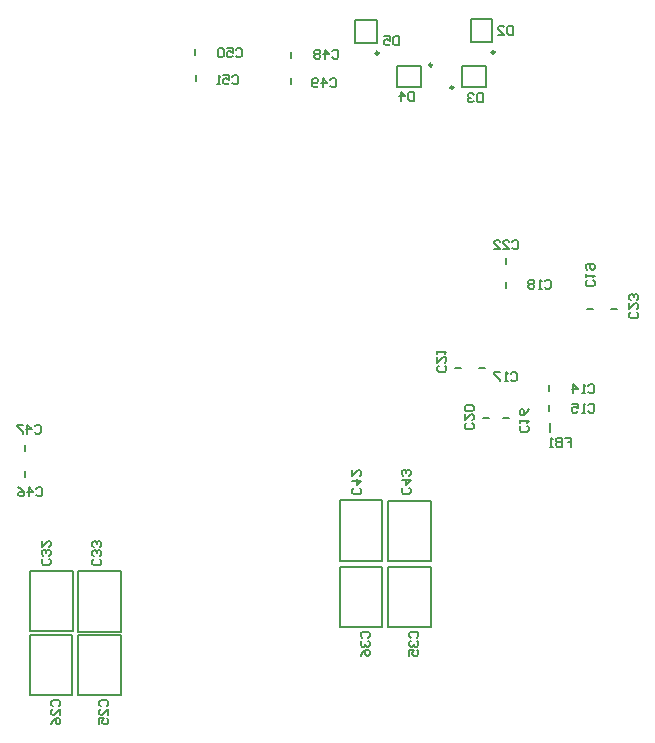
<source format=gbo>
G04*
G04 #@! TF.GenerationSoftware,Altium Limited,Altium Designer,18.1.4 (159)*
G04*
G04 Layer_Color=32896*
%FSLAX24Y24*%
%MOIN*%
G70*
G01*
G75*
%ADD10C,0.0098*%
%ADD15C,0.0079*%
%ADD16C,0.0050*%
%ADD17C,0.0080*%
D10*
X31084Y36700D02*
G03*
X31084Y36700I-49J0D01*
G01*
X29712Y35526D02*
G03*
X29712Y35526I-49J0D01*
G01*
X29006Y36274D02*
G03*
X29006Y36274I-49J0D01*
G01*
X27223Y36672D02*
G03*
X27223Y36672I-49J0D01*
G01*
D15*
X30306Y37035D02*
Y37822D01*
X31015Y37035D02*
Y37822D01*
X30306D02*
X31015D01*
X30306Y37035D02*
X31015D01*
X29997Y36254D02*
X30785D01*
X29997Y35546D02*
X30785D01*
Y36254D01*
X29997Y35546D02*
Y36254D01*
X27835Y35546D02*
X28622D01*
X27835Y36254D02*
X28622D01*
X27835Y35546D02*
Y36254D01*
X28622Y35546D02*
Y36254D01*
X26446Y37006D02*
Y37794D01*
X27154Y37006D02*
Y37794D01*
X26446D02*
X27154D01*
X26446Y37006D02*
X27154D01*
D16*
X28955Y19752D02*
Y21760D01*
X27538D02*
X28955D01*
X27538Y19752D02*
Y21760D01*
Y19752D02*
X28955D01*
X32912Y25412D02*
Y25612D01*
X32910Y24750D02*
Y24950D01*
X31376Y24526D02*
X31576D01*
X30580Y26180D02*
X30780D01*
X31469Y28856D02*
Y29056D01*
X34159Y28148D02*
X34359D01*
X30709Y24526D02*
X30909D01*
X31469Y29645D02*
Y29845D01*
X34980Y28150D02*
X35180D01*
X17200Y15274D02*
Y17282D01*
Y15274D02*
X18617D01*
Y17282D01*
X17200D02*
X18617D01*
X15591Y15274D02*
Y17282D01*
Y15274D02*
X17009D01*
Y17282D01*
X15591D02*
X17009D01*
X17017Y17414D02*
Y19422D01*
X15600D02*
X17017D01*
X15600Y17414D02*
Y19422D01*
Y17414D02*
X17017D01*
X18625Y17394D02*
Y19402D01*
X17208D02*
X18625D01*
X17208Y17394D02*
Y19402D01*
Y17394D02*
X18625D01*
X27540Y17532D02*
Y19540D01*
Y17532D02*
X28957D01*
Y19540D01*
X27540D02*
X28957D01*
X25931Y17532D02*
Y19540D01*
Y17532D02*
X27349D01*
Y19540D01*
X25931D02*
X27349D01*
Y19754D02*
Y21762D01*
X25931D02*
X27349D01*
X25931Y19754D02*
Y21762D01*
Y19754D02*
X27349D01*
X15445Y22550D02*
Y22750D01*
X15449Y23415D02*
Y23615D01*
X24301Y36516D02*
Y36716D01*
X24311Y35656D02*
Y35856D01*
X21114Y36596D02*
Y36796D01*
X21121Y35736D02*
Y35936D01*
X32940Y24050D02*
Y24350D01*
X29780Y26180D02*
X29980D01*
D17*
X28247Y22188D02*
X28297Y22138D01*
Y22038D01*
X28247Y21988D01*
X28047D01*
X27997Y22038D01*
Y22138D01*
X28047Y22188D01*
X27997Y22438D02*
X28297D01*
X28147Y22288D01*
Y22488D01*
X28247Y22588D02*
X28297Y22638D01*
Y22738D01*
X28247Y22788D01*
X28197D01*
X28147Y22738D01*
Y22688D01*
Y22738D01*
X28097Y22788D01*
X28047D01*
X27997Y22738D01*
Y22638D01*
X28047Y22588D01*
X34200Y25580D02*
X34250Y25630D01*
X34350D01*
X34400Y25580D01*
Y25380D01*
X34350Y25330D01*
X34250D01*
X34200Y25380D01*
X34100Y25330D02*
X34000D01*
X34050D01*
Y25630D01*
X34100Y25580D01*
X33700Y25330D02*
Y25630D01*
X33850Y25480D01*
X33650D01*
X34200Y24930D02*
X34250Y24980D01*
X34350D01*
X34400Y24930D01*
Y24730D01*
X34350Y24680D01*
X34250D01*
X34200Y24730D01*
X34100Y24680D02*
X34000D01*
X34050D01*
Y24980D01*
X34100Y24930D01*
X33650Y24980D02*
X33850D01*
Y24830D01*
X33750Y24880D01*
X33700D01*
X33650Y24830D01*
Y24730D01*
X33700Y24680D01*
X33800D01*
X33850Y24730D01*
X32180Y24250D02*
X32230Y24200D01*
Y24100D01*
X32180Y24050D01*
X31980D01*
X31930Y24100D01*
Y24200D01*
X31980Y24250D01*
X31930Y24350D02*
Y24450D01*
Y24400D01*
X32230D01*
X32180Y24350D01*
X32230Y24800D02*
X32180Y24700D01*
X32080Y24600D01*
X31980D01*
X31930Y24650D01*
Y24750D01*
X31980Y24800D01*
X32030D01*
X32080Y24750D01*
Y24600D01*
X31622Y25994D02*
X31672Y26044D01*
X31772D01*
X31821Y25994D01*
Y25794D01*
X31772Y25744D01*
X31672D01*
X31622Y25794D01*
X31522Y25744D02*
X31422D01*
X31472D01*
Y26044D01*
X31522Y25994D01*
X31272Y26044D02*
X31072D01*
Y25994D01*
X31272Y25794D01*
Y25744D01*
X32760Y29070D02*
X32810Y29120D01*
X32910D01*
X32960Y29070D01*
Y28870D01*
X32910Y28820D01*
X32810D01*
X32760Y28870D01*
X32660Y28820D02*
X32560D01*
X32610D01*
Y29120D01*
X32660Y29070D01*
X32410D02*
X32360Y29120D01*
X32260D01*
X32210Y29070D01*
Y29020D01*
X32260Y28970D01*
X32210Y28920D01*
Y28870D01*
X32260Y28820D01*
X32360D01*
X32410Y28870D01*
Y28920D01*
X32360Y28970D01*
X32410Y29020D01*
Y29070D01*
X32360Y28970D02*
X32260D01*
X34370Y29100D02*
X34420Y29050D01*
Y28950D01*
X34370Y28900D01*
X34170D01*
X34120Y28950D01*
Y29050D01*
X34170Y29100D01*
X34120Y29200D02*
Y29300D01*
Y29250D01*
X34420D01*
X34370Y29200D01*
X34170Y29450D02*
X34120Y29500D01*
Y29600D01*
X34170Y29650D01*
X34370D01*
X34420Y29600D01*
Y29500D01*
X34370Y29450D01*
X34320D01*
X34270Y29500D01*
Y29650D01*
X30340Y24330D02*
X30390Y24280D01*
Y24180D01*
X30340Y24130D01*
X30140D01*
X30090Y24180D01*
Y24280D01*
X30140Y24330D01*
X30090Y24630D02*
Y24430D01*
X30290Y24630D01*
X30340D01*
X30390Y24580D01*
Y24480D01*
X30340Y24430D01*
Y24730D02*
X30390Y24780D01*
Y24880D01*
X30340Y24930D01*
X30140D01*
X30090Y24880D01*
Y24780D01*
X30140Y24730D01*
X30340D01*
X31670Y30380D02*
X31720Y30430D01*
X31820D01*
X31870Y30380D01*
Y30180D01*
X31820Y30130D01*
X31720D01*
X31670Y30180D01*
X31370Y30130D02*
X31570D01*
X31370Y30330D01*
Y30380D01*
X31420Y30430D01*
X31520D01*
X31570Y30380D01*
X31070Y30130D02*
X31270D01*
X31070Y30330D01*
Y30380D01*
X31120Y30430D01*
X31220D01*
X31270Y30380D01*
X35820Y28030D02*
X35870Y27980D01*
Y27880D01*
X35820Y27830D01*
X35620D01*
X35570Y27880D01*
Y27980D01*
X35620Y28030D01*
X35570Y28330D02*
Y28130D01*
X35770Y28330D01*
X35820D01*
X35870Y28280D01*
Y28180D01*
X35820Y28130D01*
Y28430D02*
X35870Y28480D01*
Y28580D01*
X35820Y28630D01*
X35770D01*
X35720Y28580D01*
Y28530D01*
Y28580D01*
X35670Y28630D01*
X35620D01*
X35570Y28580D01*
Y28480D01*
X35620Y28430D01*
X17959Y14907D02*
X17909Y14957D01*
Y15057D01*
X17959Y15107D01*
X18159D01*
X18209Y15057D01*
Y14957D01*
X18159Y14907D01*
X18209Y14608D02*
Y14807D01*
X18009Y14608D01*
X17959D01*
X17909Y14658D01*
Y14758D01*
X17959Y14807D01*
X17909Y14308D02*
Y14508D01*
X18059D01*
X18009Y14408D01*
Y14358D01*
X18059Y14308D01*
X18159D01*
X18209Y14358D01*
Y14458D01*
X18159Y14508D01*
X16350Y14907D02*
X16300Y14957D01*
Y15057D01*
X16350Y15107D01*
X16550D01*
X16600Y15057D01*
Y14957D01*
X16550Y14907D01*
X16600Y14608D02*
Y14807D01*
X16400Y14608D01*
X16350D01*
X16300Y14658D01*
Y14758D01*
X16350Y14807D01*
X16300Y14308D02*
X16350Y14408D01*
X16450Y14508D01*
X16550D01*
X16600Y14458D01*
Y14358D01*
X16550Y14308D01*
X16500D01*
X16450Y14358D01*
Y14508D01*
X16242Y19818D02*
X16292Y19768D01*
Y19668D01*
X16242Y19618D01*
X16042D01*
X15992Y19668D01*
Y19768D01*
X16042Y19818D01*
X16242Y19918D02*
X16292Y19968D01*
Y20068D01*
X16242Y20118D01*
X16192D01*
X16142Y20068D01*
Y20018D01*
Y20068D01*
X16092Y20118D01*
X16042D01*
X15992Y20068D01*
Y19968D01*
X16042Y19918D01*
X15992Y20418D02*
Y20218D01*
X16192Y20418D01*
X16242D01*
X16292Y20368D01*
Y20268D01*
X16242Y20218D01*
X17917Y19798D02*
X17967Y19748D01*
Y19648D01*
X17917Y19598D01*
X17717D01*
X17667Y19648D01*
Y19748D01*
X17717Y19798D01*
X17917Y19898D02*
X17967Y19948D01*
Y20048D01*
X17917Y20098D01*
X17867D01*
X17817Y20048D01*
Y19998D01*
Y20048D01*
X17767Y20098D01*
X17717D01*
X17667Y20048D01*
Y19948D01*
X17717Y19898D01*
X17917Y20198D02*
X17967Y20248D01*
Y20348D01*
X17917Y20398D01*
X17867D01*
X17817Y20348D01*
Y20298D01*
Y20348D01*
X17767Y20398D01*
X17717D01*
X17667Y20348D01*
Y20248D01*
X17717Y20198D01*
X28299Y17186D02*
X28249Y17236D01*
Y17336D01*
X28299Y17386D01*
X28499D01*
X28549Y17336D01*
Y17236D01*
X28499Y17186D01*
X28299Y17086D02*
X28249Y17036D01*
Y16936D01*
X28299Y16886D01*
X28349D01*
X28399Y16936D01*
Y16986D01*
Y16936D01*
X28449Y16886D01*
X28499D01*
X28549Y16936D01*
Y17036D01*
X28499Y17086D01*
X28249Y16587D02*
Y16786D01*
X28399D01*
X28349Y16687D01*
Y16637D01*
X28399Y16587D01*
X28499D01*
X28549Y16637D01*
Y16737D01*
X28499Y16786D01*
X26673Y17186D02*
X26623Y17236D01*
Y17336D01*
X26673Y17386D01*
X26873D01*
X26923Y17336D01*
Y17236D01*
X26873Y17186D01*
X26673Y17086D02*
X26623Y17036D01*
Y16936D01*
X26673Y16886D01*
X26723D01*
X26773Y16936D01*
Y16986D01*
Y16936D01*
X26823Y16886D01*
X26873D01*
X26923Y16936D01*
Y17036D01*
X26873Y17086D01*
X26623Y16587D02*
X26673Y16687D01*
X26773Y16786D01*
X26873D01*
X26923Y16737D01*
Y16637D01*
X26873Y16587D01*
X26823D01*
X26773Y16637D01*
Y16786D01*
X26590Y22170D02*
X26640Y22120D01*
Y22020D01*
X26590Y21970D01*
X26390D01*
X26340Y22020D01*
Y22120D01*
X26390Y22170D01*
X26340Y22420D02*
X26640D01*
X26490Y22270D01*
Y22470D01*
X26340Y22769D02*
Y22569D01*
X26540Y22769D01*
X26590D01*
X26640Y22719D01*
Y22619D01*
X26590Y22569D01*
X15800Y22160D02*
X15850Y22210D01*
X15950D01*
X16000Y22160D01*
Y21960D01*
X15950Y21910D01*
X15850D01*
X15800Y21960D01*
X15550Y21910D02*
Y22210D01*
X15700Y22060D01*
X15500D01*
X15200Y22210D02*
X15300Y22160D01*
X15400Y22060D01*
Y21960D01*
X15350Y21910D01*
X15250D01*
X15200Y21960D01*
Y22010D01*
X15250Y22060D01*
X15400D01*
X15760Y24230D02*
X15810Y24280D01*
X15910D01*
X15960Y24230D01*
Y24030D01*
X15910Y23980D01*
X15810D01*
X15760Y24030D01*
X15510Y23980D02*
Y24280D01*
X15660Y24130D01*
X15460D01*
X15360Y24280D02*
X15160D01*
Y24230D01*
X15360Y24030D01*
Y23980D01*
X25680Y36740D02*
X25730Y36790D01*
X25830D01*
X25880Y36740D01*
Y36540D01*
X25830Y36490D01*
X25730D01*
X25680Y36540D01*
X25430Y36490D02*
Y36790D01*
X25580Y36640D01*
X25380D01*
X25280Y36740D02*
X25230Y36790D01*
X25130D01*
X25080Y36740D01*
Y36690D01*
X25130Y36640D01*
X25080Y36590D01*
Y36540D01*
X25130Y36490D01*
X25230D01*
X25280Y36540D01*
Y36590D01*
X25230Y36640D01*
X25280Y36690D01*
Y36740D01*
X25230Y36640D02*
X25130D01*
X25610Y35790D02*
X25660Y35840D01*
X25760D01*
X25810Y35790D01*
Y35590D01*
X25760Y35540D01*
X25660D01*
X25610Y35590D01*
X25360Y35540D02*
Y35840D01*
X25510Y35690D01*
X25310D01*
X25210Y35590D02*
X25160Y35540D01*
X25060D01*
X25010Y35590D01*
Y35790D01*
X25060Y35840D01*
X25160D01*
X25210Y35790D01*
Y35740D01*
X25160Y35690D01*
X25010D01*
X22460Y36790D02*
X22510Y36840D01*
X22610D01*
X22660Y36790D01*
Y36590D01*
X22610Y36540D01*
X22510D01*
X22460Y36590D01*
X22160Y36840D02*
X22360D01*
Y36690D01*
X22260Y36740D01*
X22210D01*
X22160Y36690D01*
Y36590D01*
X22210Y36540D01*
X22310D01*
X22360Y36590D01*
X22060Y36790D02*
X22010Y36840D01*
X21910D01*
X21860Y36790D01*
Y36590D01*
X21910Y36540D01*
X22010D01*
X22060Y36590D01*
Y36790D01*
X22340Y35890D02*
X22390Y35940D01*
X22490D01*
X22540Y35890D01*
Y35690D01*
X22490Y35640D01*
X22390D01*
X22340Y35690D01*
X22040Y35940D02*
X22240D01*
Y35790D01*
X22140Y35840D01*
X22090D01*
X22040Y35790D01*
Y35690D01*
X22090Y35640D01*
X22190D01*
X22240Y35690D01*
X21940Y35640D02*
X21840D01*
X21890D01*
Y35940D01*
X21940Y35890D01*
X31710Y37580D02*
Y37280D01*
X31560D01*
X31510Y37330D01*
Y37530D01*
X31560Y37580D01*
X31710D01*
X31210Y37280D02*
X31410D01*
X31210Y37480D01*
Y37530D01*
X31260Y37580D01*
X31360D01*
X31410Y37530D01*
X30699Y35340D02*
Y35040D01*
X30549D01*
X30499Y35090D01*
Y35290D01*
X30549Y35340D01*
X30699D01*
X30399Y35290D02*
X30349Y35340D01*
X30249D01*
X30199Y35290D01*
Y35240D01*
X30249Y35190D01*
X30299D01*
X30249D01*
X30199Y35140D01*
Y35090D01*
X30249Y35040D01*
X30349D01*
X30399Y35090D01*
X28410Y35390D02*
Y35090D01*
X28260D01*
X28210Y35140D01*
Y35340D01*
X28260Y35390D01*
X28410D01*
X27960Y35090D02*
Y35390D01*
X28110Y35240D01*
X27910D01*
X27900Y37240D02*
Y36940D01*
X27750D01*
X27700Y36990D01*
Y37190D01*
X27750Y37240D01*
X27900D01*
X27400D02*
X27600D01*
Y37090D01*
X27500Y37140D01*
X27450D01*
X27400Y37090D01*
Y36990D01*
X27450Y36940D01*
X27550D01*
X27600Y36990D01*
X33420Y23850D02*
X33620D01*
Y23700D01*
X33520D01*
X33620D01*
Y23550D01*
X33320Y23850D02*
Y23550D01*
X33170D01*
X33120Y23600D01*
Y23650D01*
X33170Y23700D01*
X33320D01*
X33170D01*
X33120Y23750D01*
Y23800D01*
X33170Y23850D01*
X33320D01*
X33020Y23550D02*
X32920D01*
X32970D01*
Y23850D01*
X33020Y23800D01*
X29431Y26254D02*
X29481Y26204D01*
Y26104D01*
X29431Y26054D01*
X29231D01*
X29181Y26104D01*
Y26204D01*
X29231Y26254D01*
X29181Y26554D02*
Y26354D01*
X29381Y26554D01*
X29431D01*
X29481Y26504D01*
Y26404D01*
X29431Y26354D01*
X29181Y26654D02*
Y26754D01*
Y26704D01*
X29481D01*
X29431Y26654D01*
M02*

</source>
